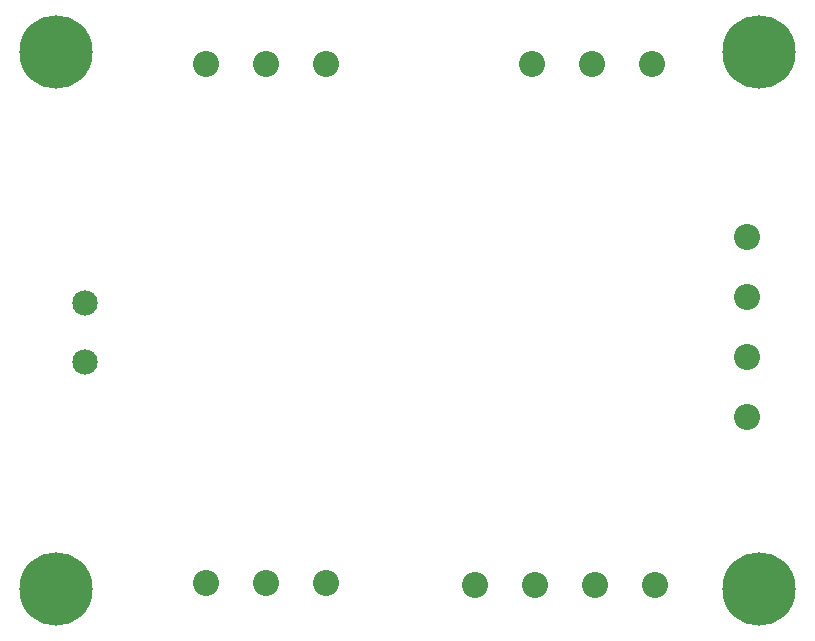
<source format=gbr>
%TF.GenerationSoftware,Altium Limited,Altium Designer,21.8.1 (53)*%
G04 Layer_Color=8388736*
%FSLAX43Y43*%
%MOMM*%
%TF.SameCoordinates,E94A8812-6B35-456A-9080-959166976AA9*%
%TF.FilePolarity,Negative*%
%TF.FileFunction,Soldermask,Top*%
%TF.Part,Single*%
G01*
G75*
%TA.AperFunction,ComponentPad*%
%ADD14C,2.203*%
%TA.AperFunction,ViaPad*%
%ADD15C,6.203*%
%TA.AperFunction,ComponentPad*%
%ADD16C,2.153*%
D14*
X55000Y49000D02*
D03*
X49920D02*
D03*
X44840D02*
D03*
X40000Y4813D02*
D03*
X45080D02*
D03*
X50160D02*
D03*
X55240D02*
D03*
X17170Y5000D02*
D03*
X22250D02*
D03*
X27330D02*
D03*
Y49000D02*
D03*
X22250D02*
D03*
X17170D02*
D03*
X63000Y19050D02*
D03*
Y24130D02*
D03*
Y29210D02*
D03*
Y34290D02*
D03*
D15*
X4500Y50000D02*
D03*
X64000D02*
D03*
Y4500D02*
D03*
X4500D02*
D03*
D16*
X6985Y23749D02*
D03*
Y28749D02*
D03*
%TF.MD5,3060e62b12512a92d927fa1b9b797f25*%
M02*

</source>
